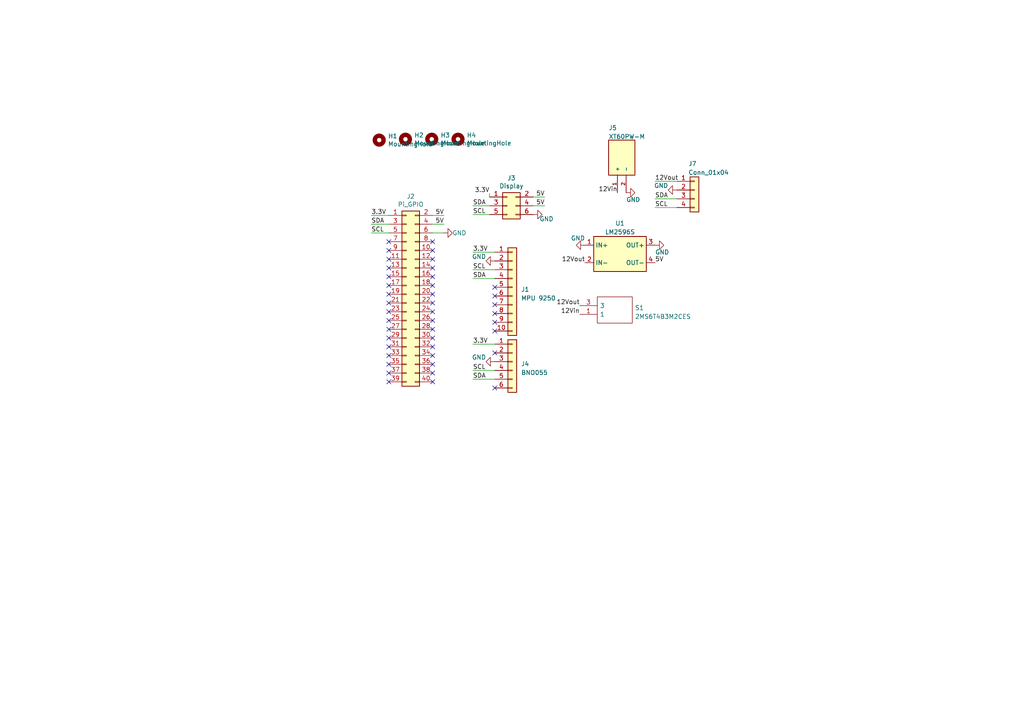
<source format=kicad_sch>
(kicad_sch (version 20230121) (generator eeschema)
  (paper "A4")
  (lib_symbols
    (symbol "2MS6T4B3M2CES:2MS6T4B3M2CES" (pin_names (offset 0.762))
      (property "Reference" "S" (at 16.51 7.62 0))
      (property "Value" "2MS6T4B3M2CES" (at 16.51 5.08 0))
      (symbol "2MS6T4B3M2CES_0_0"
        (pin passive line (at 0 -2.54 0) (length 5.08) (name "1") (number "1"))
        (pin passive line (at 0 0 0) (length 5.08) (name "3") (number "3"))
      )
      (symbol "2MS6T4B3M2CES_0_1"
        (polyline (pts (xy 5.08 2.54) (xy 15.24 2.54) (xy 15.24 -5.08) (xy 5.08 -5.08) (xy 5.08 2.54)) (stroke (width 0.1524)))
      )
    )
    (symbol "Connector_Generic:Conn_01x04" (pin_names (offset 1.016) hide)
      (property "Reference" "J" (at 0 5.08 0))
      (property "Value" "Conn_01x04" (at 0 -7.62 0))
      (symbol "Conn_01x04_1_1"
        (rectangle (start -1.27 -4.953) (end 0 -5.207) (stroke (width 0.1524)))
        (rectangle (start -1.27 -2.413) (end 0 -2.667) (stroke (width 0.1524)))
        (rectangle (start -1.27 0.127) (end 0 -0.127) (stroke (width 0.1524)))
        (rectangle (start -1.27 2.667) (end 0 2.413) (stroke (width 0.1524)))
        (rectangle (start -1.27 3.81) (end 1.27 -6.35) (stroke (width 0.254)) (fill (type background)))
        (pin passive line (at -5.08 2.54 0) (length 3.81) (name "Pin_1") (number "1"))
        (pin passive line (at -5.08 0 0) (length 3.81) (name "Pin_2") (number "2"))
        (pin passive line (at -5.08 -2.54 0) (length 3.81) (name "Pin_3") (number "3"))
        (pin passive line (at -5.08 -5.08 0) (length 3.81) (name "Pin_4") (number "4"))
      )
    )
    (symbol "Connector_Generic:Conn_01x06" (pin_names (offset 1.016) hide)
      (property "Reference" "J" (at 0 7.62 0))
      (property "Value" "Conn_01x06" (at 0 -10.16 0))
      (symbol "Conn_01x06_1_1"
        (rectangle (start -1.27 -7.493) (end 0 -7.747) (stroke (width 0.1524)))
        (rectangle (start -1.27 -4.953) (end 0 -5.207) (stroke (width 0.1524)))
        (rectangle (start -1.27 -2.413) (end 0 -2.667) (stroke (width 0.1524)))
        (rectangle (start -1.27 0.127) (end 0 -0.127) (stroke (width 0.1524)))
        (rectangle (start -1.27 2.667) (end 0 2.413) (stroke (width 0.1524)))
        (rectangle (start -1.27 5.207) (end 0 4.953) (stroke (width 0.1524)))
        (rectangle (start -1.27 6.35) (end 1.27 -8.89) (stroke (width 0.254)) (fill (type background)))
        (pin passive line (at -5.08 5.08 0) (length 3.81) (name "Pin_1") (number "1"))
        (pin passive line (at -5.08 2.54 0) (length 3.81) (name "Pin_2") (number "2"))
        (pin passive line (at -5.08 0 0) (length 3.81) (name "Pin_3") (number "3"))
        (pin passive line (at -5.08 -2.54 0) (length 3.81) (name "Pin_4") (number "4"))
        (pin passive line (at -5.08 -5.08 0) (length 3.81) (name "Pin_5") (number "5"))
        (pin passive line (at -5.08 -7.62 0) (length 3.81) (name "Pin_6") (number "6"))
      )
    )
    (symbol "Connector_Generic:Conn_01x10" (pin_names (offset 1.016) hide)
      (property "Reference" "J" (at 0 12.7 0))
      (property "Value" "Conn_01x10" (at 0 -15.24 0))
      (symbol "Conn_01x10_1_1"
        (rectangle (start -1.27 -12.573) (end 0 -12.827) (stroke (width 0.1524)))
        (rectangle (start -1.27 -10.033) (end 0 -10.287) (stroke (width 0.1524)))
        (rectangle (start -1.27 -7.493) (end 0 -7.747) (stroke (width 0.1524)))
        (rectangle (start -1.27 -4.953) (end 0 -5.207) (stroke (width 0.1524)))
        (rectangle (start -1.27 -2.413) (end 0 -2.667) (stroke (width 0.1524)))
        (rectangle (start -1.27 0.127) (end 0 -0.127) (stroke (width 0.1524)))
        (rectangle (start -1.27 2.667) (end 0 2.413) (stroke (width 0.1524)))
        (rectangle (start -1.27 5.207) (end 0 4.953) (stroke (width 0.1524)))
        (rectangle (start -1.27 7.747) (end 0 7.493) (stroke (width 0.1524)))
        (rectangle (start -1.27 10.287) (end 0 10.033) (stroke (width 0.1524)))
        (rectangle (start -1.27 11.43) (end 1.27 -13.97) (stroke (width 0.254)) (fill (type background)))
        (pin passive line (at -5.08 10.16 0) (length 3.81) (name "Pin_1") (number "1"))
        (pin passive line (at -5.08 -12.7 0) (length 3.81) (name "Pin_10") (number "10"))
        (pin passive line (at -5.08 7.62 0) (length 3.81) (name "Pin_2") (number "2"))
        (pin passive line (at -5.08 5.08 0) (length 3.81) (name "Pin_3") (number "3"))
        (pin passive line (at -5.08 2.54 0) (length 3.81) (name "Pin_4") (number "4"))
        (pin passive line (at -5.08 0 0) (length 3.81) (name "Pin_5") (number "5"))
        (pin passive line (at -5.08 -2.54 0) (length 3.81) (name "Pin_6") (number "6"))
        (pin passive line (at -5.08 -5.08 0) (length 3.81) (name "Pin_7") (number "7"))
        (pin passive line (at -5.08 -7.62 0) (length 3.81) (name "Pin_8") (number "8"))
        (pin passive line (at -5.08 -10.16 0) (length 3.81) (name "Pin_9") (number "9"))
      )
    )
    (symbol "Connector_Generic:Conn_02x03_Odd_Even" (pin_names (offset 1.016) hide)
      (property "Reference" "J" (at 1.27 5.08 0))
      (property "Value" "Conn_02x03_Odd_Even" (at 1.27 -5.08 0))
      (symbol "Conn_02x03_Odd_Even_1_1"
        (rectangle (start -1.27 -2.413) (end 0 -2.667) (stroke (width 0.1524)))
        (rectangle (start -1.27 0.127) (end 0 -0.127) (stroke (width 0.1524)))
        (rectangle (start -1.27 2.667) (end 0 2.413) (stroke (width 0.1524)))
        (rectangle (start -1.27 3.81) (end 3.81 -3.81) (stroke (width 0.254)) (fill (type background)))
        (rectangle (start 3.81 -2.413) (end 2.54 -2.667) (stroke (width 0.1524)))
        (rectangle (start 3.81 0.127) (end 2.54 -0.127) (stroke (width 0.1524)))
        (rectangle (start 3.81 2.667) (end 2.54 2.413) (stroke (width 0.1524)))
        (pin passive line (at -5.08 2.54 0) (length 3.81) (name "Pin_1") (number "1"))
        (pin passive line (at 7.62 2.54 180) (length 3.81) (name "Pin_2") (number "2"))
        (pin passive line (at -5.08 0 0) (length 3.81) (name "Pin_3") (number "3"))
        (pin passive line (at 7.62 0 180) (length 3.81) (name "Pin_4") (number "4"))
        (pin passive line (at -5.08 -2.54 0) (length 3.81) (name "Pin_5") (number "5"))
        (pin passive line (at 7.62 -2.54 180) (length 3.81) (name "Pin_6") (number "6"))
      )
    )
    (symbol "Connector_Generic:Conn_02x20_Odd_Even" (pin_names (offset 1.016) hide)
      (property "Reference" "J" (at 1.27 25.4 0))
      (property "Value" "Conn_02x20_Odd_Even" (at 1.27 -27.94 0))
      (symbol "Conn_02x20_Odd_Even_1_1"
        (rectangle (start -1.27 -25.273) (end 0 -25.527) (stroke (width 0.1524)))
        (rectangle (start -1.27 -22.733) (end 0 -22.987) (stroke (width 0.1524)))
        (rectangle (start -1.27 -20.193) (end 0 -20.447) (stroke (width 0.1524)))
        (rectangle (start -1.27 -17.653) (end 0 -17.907) (stroke (width 0.1524)))
        (rectangle (start -1.27 -15.113) (end 0 -15.367) (stroke (width 0.1524)))
        (rectangle (start -1.27 -12.573) (end 0 -12.827) (stroke (width 0.1524)))
        (rectangle (start -1.27 -10.033) (end 0 -10.287) (stroke (width 0.1524)))
        (rectangle (start -1.27 -7.493) (end 0 -7.747) (stroke (width 0.1524)))
        (rectangle (start -1.27 -4.953) (end 0 -5.207) (stroke (width 0.1524)))
        (rectangle (start -1.27 -2.413) (end 0 -2.667) (stroke (width 0.1524)))
        (rectangle (start -1.27 0.127) (end 0 -0.127) (stroke (width 0.1524)))
        (rectangle (start -1.27 2.667) (end 0 2.413) (stroke (width 0.1524)))
        (rectangle (start -1.27 5.207) (end 0 4.953) (stroke (width 0.1524)))
        (rectangle (start -1.27 7.747) (end 0 7.493) (stroke (width 0.1524)))
        (rectangle (start -1.27 10.287) (end 0 10.033) (stroke (width 0.1524)))
        (rectangle (start -1.27 12.827) (end 0 12.573) (stroke (width 0.1524)))
        (rectangle (start -1.27 15.367) (end 0 15.113) (stroke (width 0.1524)))
        (rectangle (start -1.27 17.907) (end 0 17.653) (stroke (width 0.1524)))
        (rectangle (start -1.27 20.447) (end 0 20.193) (stroke (width 0.1524)))
        (rectangle (start -1.27 22.987) (end 0 22.733) (stroke (width 0.1524)))
        (rectangle (start -1.27 24.13) (end 3.81 -26.67) (stroke (width 0.254)) (fill (type background)))
        (rectangle (start 3.81 -25.273) (end 2.54 -25.527) (stroke (width 0.1524)))
        (rectangle (start 3.81 -22.733) (end 2.54 -22.987) (stroke (width 0.1524)))
        (rectangle (start 3.81 -20.193) (end 2.54 -20.447) (stroke (width 0.1524)))
        (rectangle (start 3.81 -17.653) (end 2.54 -17.907) (stroke (width 0.1524)))
        (rectangle (start 3.81 -15.113) (end 2.54 -15.367) (stroke (width 0.1524)))
        (rectangle (start 3.81 -12.573) (end 2.54 -12.827) (stroke (width 0.1524)))
        (rectangle (start 3.81 -10.033) (end 2.54 -10.287) (stroke (width 0.1524)))
        (rectangle (start 3.81 -7.493) (end 2.54 -7.747) (stroke (width 0.1524)))
        (rectangle (start 3.81 -4.953) (end 2.54 -5.207) (stroke (width 0.1524)))
        (rectangle (start 3.81 -2.413) (end 2.54 -2.667) (stroke (width 0.1524)))
        (rectangle (start 3.81 0.127) (end 2.54 -0.127) (stroke (width 0.1524)))
        (rectangle (start 3.81 2.667) (end 2.54 2.413) (stroke (width 0.1524)))
        (rectangle (start 3.81 5.207) (end 2.54 4.953) (stroke (width 0.1524)))
        (rectangle (start 3.81 7.747) (end 2.54 7.493) (stroke (width 0.1524)))
        (rectangle (start 3.81 10.287) (end 2.54 10.033) (stroke (width 0.1524)))
        (rectangle (start 3.81 12.827) (end 2.54 12.573) (stroke (width 0.1524)))
        (rectangle (start 3.81 15.367) (end 2.54 15.113) (stroke (width 0.1524)))
        (rectangle (start 3.81 17.907) (end 2.54 17.653) (stroke (width 0.1524)))
        (rectangle (start 3.81 20.447) (end 2.54 20.193) (stroke (width 0.1524)))
        (rectangle (start 3.81 22.987) (end 2.54 22.733) (stroke (width 0.1524)))
        (pin passive line (at -5.08 22.86 0) (length 3.81) (name "Pin_1") (number "1"))
        (pin passive line (at 7.62 12.7 180) (length 3.81) (name "Pin_10") (number "10"))
        (pin passive line (at -5.08 10.16 0) (length 3.81) (name "Pin_11") (number "11"))
        (pin passive line (at 7.62 10.16 180) (length 3.81) (name "Pin_12") (number "12"))
        (pin passive line (at -5.08 7.62 0) (length 3.81) (name "Pin_13") (number "13"))
        (pin passive line (at 7.62 7.62 180) (length 3.81) (name "Pin_14") (number "14"))
        (pin passive line (at -5.08 5.08 0) (length 3.81) (name "Pin_15") (number "15"))
        (pin passive line (at 7.62 5.08 180) (length 3.81) (name "Pin_16") (number "16"))
        (pin passive line (at -5.08 2.54 0) (length 3.81) (name "Pin_17") (number "17"))
        (pin passive line (at 7.62 2.54 180) (length 3.81) (name "Pin_18") (number "18"))
        (pin passive line (at -5.08 0 0) (length 3.81) (name "Pin_19") (number "19"))
        (pin passive line (at 7.62 22.86 180) (length 3.81) (name "Pin_2") (number "2"))
        (pin passive line (at 7.62 0 180) (length 3.81) (name "Pin_20") (number "20"))
        (pin passive line (at -5.08 -2.54 0) (length 3.81) (name "Pin_21") (number "21"))
        (pin passive line (at 7.62 -2.54 180) (length 3.81) (name "Pin_22") (number "22"))
        (pin passive line (at -5.08 -5.08 0) (length 3.81) (name "Pin_23") (number "23"))
        (pin passive line (at 7.62 -5.08 180) (length 3.81) (name "Pin_24") (number "24"))
        (pin passive line (at -5.08 -7.62 0) (length 3.81) (name "Pin_25") (number "25"))
        (pin passive line (at 7.62 -7.62 180) (length 3.81) (name "Pin_26") (number "26"))
        (pin passive line (at -5.08 -10.16 0) (length 3.81) (name "Pin_27") (number "27"))
        (pin passive line (at 7.62 -10.16 180) (length 3.81) (name "Pin_28") (number "28"))
        (pin passive line (at -5.08 -12.7 0) (length 3.81) (name "Pin_29") (number "29"))
        (pin passive line (at -5.08 20.32 0) (length 3.81) (name "Pin_3") (number "3"))
        (pin passive line (at 7.62 -12.7 180) (length 3.81) (name "Pin_30") (number "30"))
        (pin passive line (at -5.08 -15.24 0) (length 3.81) (name "Pin_31") (number "31"))
        (pin passive line (at 7.62 -15.24 180) (length 3.81) (name "Pin_32") (number "32"))
        (pin passive line (at -5.08 -17.78 0) (length 3.81) (name "Pin_33") (number "33"))
        (pin passive line (at 7.62 -17.78 180) (length 3.81) (name "Pin_34") (number "34"))
        (pin passive line (at -5.08 -20.32 0) (length 3.81) (name "Pin_35") (number "35"))
        (pin passive line (at 7.62 -20.32 180) (length 3.81) (name "Pin_36") (number "36"))
        (pin passive line (at -5.08 -22.86 0) (length 3.81) (name "Pin_37") (number "37"))
        (pin passive line (at 7.62 -22.86 180) (length 3.81) (name "Pin_38") (number "38"))
        (pin passive line (at -5.08 -25.4 0) (length 3.81) (name "Pin_39") (number "39"))
        (pin passive line (at 7.62 20.32 180) (length 3.81) (name "Pin_4") (number "4"))
        (pin passive line (at 7.62 -25.4 180) (length 3.81) (name "Pin_40") (number "40"))
        (pin passive line (at -5.08 17.78 0) (length 3.81) (name "Pin_5") (number "5"))
        (pin passive line (at 7.62 17.78 180) (length 3.81) (name "Pin_6") (number "6"))
        (pin passive line (at -5.08 15.24 0) (length 3.81) (name "Pin_7") (number "7"))
        (pin passive line (at 7.62 15.24 180) (length 3.81) (name "Pin_8") (number "8"))
        (pin passive line (at -5.08 12.7 0) (length 3.81) (name "Pin_9") (number "9"))
      )
    )
    (symbol "Mechanical:MountingHole" (pin_names (offset 1.016))
      (property "Reference" "H" (at 0 5.08 0))
      (property "Value" "MountingHole" (at 0 3.175 0))
      (symbol "MountingHole_0_1"
        (circle (center 0 0) (radius 1.27) (stroke (width 1.27)))
      )
    )
    (symbol "Regulator_Switching:LM2596S"
      (property "Reference" "U" (at 0 8.89 0))
      (property "Value" "LM2596S" (at 0 6.35 0))
      (symbol "LM2596S_0_1"
        (rectangle (start -7.62 5.08) (end 7.62 -5.08) (stroke (width 0.254)) (fill (type background)))
      )
      (symbol "LM2596S_1_1"
        (pin power_in line (at -10.16 2.54 0) (length 2.54) (name "IN+") (number "1"))
        (pin input line (at -10.16 -2.54 0) (length 2.54) (name "IN-") (number "2"))
        (pin power_out line (at 10.16 2.54 180) (length 2.54) (name "OUT+") (number "3"))
        (pin output line (at 10.16 -2.54 180) (length 2.54) (name "OUT-") (number "4"))
      )
    )
    (symbol "XT60PW-M:XT60PW-M" (pin_names (offset 1.016))
      (property "Reference" "J" (at -5.08 5.715 0))
      (property "Value" "XT60PW-M" (at -5.08 -5.08 0))
      (symbol "XT60PW-M_0_0"
        (rectangle (start -5.08 -2.54) (end 5.08 5.08) (stroke (width 0.254)) (fill (type background)))
        (pin passive line (at -10.16 2.54 0) (length 5.08) (name "+") (number "1"))
        (pin passive line (at -10.16 0 0) (length 5.08) (name "-") (number "2"))
      )
    )
    (symbol "power:GND" (power) (pin_names (offset 0))
      (property "Value" "GND" (at 0 -3.81 0))
      (symbol "GND_0_1"
        (polyline (pts (xy 0 0) (xy 0 -1.27) (xy 1.27 -1.27) (xy 0 -2.54) (xy -1.27 -1.27) (xy 0 -1.27)))
      )
      (symbol "GND_1_1"
        (pin power_in line (at 0 0 270) (length 0) hide (name "GND") (number "1"))
      )
    )
  )
  (no_connect (at 143.51 83.312))
  (no_connect (at 125.476 90.424))
  (no_connect (at 125.476 80.264))
  (no_connect (at 125.476 82.804))
  (no_connect (at 112.776 85.344))
  (no_connect (at 125.476 110.744))
  (no_connect (at 143.51 88.392))
  (no_connect (at 112.776 103.124))
  (no_connect (at 112.776 95.504))
  (no_connect (at 125.476 108.204))
  (no_connect (at 125.476 103.124))
  (no_connect (at 112.776 92.964))
  (no_connect (at 112.776 100.584))
  (no_connect (at 112.776 80.264))
  (no_connect (at 143.51 96.012))
  (no_connect (at 112.776 72.644))
  (no_connect (at 125.476 98.044))
  (no_connect (at 143.51 85.852))
  (no_connect (at 143.51 90.932))
  (no_connect (at 125.476 77.724))
  (no_connect (at 125.476 75.184))
  (no_connect (at 125.476 87.884))
  (no_connect (at 112.776 98.044))
  (no_connect (at 125.476 70.104))
  (no_connect (at 125.476 72.644))
  (no_connect (at 112.776 90.424))
  (no_connect (at 125.476 92.964))
  (no_connect (at 143.51 93.472))
  (no_connect (at 125.476 100.584))
  (no_connect (at 112.776 82.804))
  (no_connect (at 112.776 108.204))
  (no_connect (at 125.476 85.344))
  (no_connect (at 112.776 70.104))
  (no_connect (at 125.476 95.504))
  (no_connect (at 143.51 112.522))
  (no_connect (at 112.776 110.744))
  (no_connect (at 112.776 75.184))
  (no_connect (at 125.476 105.664))
  (no_connect (at 112.776 105.664))
  (no_connect (at 143.51 102.362))
  (no_connect (at 112.776 77.724))
  (no_connect (at 112.776 87.884))
  (wire (pts (xy 125.476 67.564) (xy 128.651 67.564)))
  (wire (pts (xy 137.16 99.822) (xy 143.51 99.822)))
  (wire (pts (xy 157.988 59.69) (xy 154.686 59.69)))
  (wire (pts (xy 141.986 59.69) (xy 137.16 59.69)))
  (wire (pts (xy 107.696 62.484) (xy 112.776 62.484)))
  (wire (pts (xy 189.992 57.658) (xy 196.342 57.658)))
  (wire (pts (xy 189.992 52.578) (xy 196.342 52.578)))
  (wire (pts (xy 107.696 67.564) (xy 112.776 67.564)))
  (wire (pts (xy 137.16 73.152) (xy 143.51 73.152)))
  (wire (pts (xy 128.778 65.024) (xy 125.476 65.024)))
  (wire (pts (xy 137.16 109.982) (xy 143.51 109.982)))
  (wire (pts (xy 107.696 65.024) (xy 112.776 65.024)))
  (wire (pts (xy 137.16 80.772) (xy 143.51 80.772)))
  (wire (pts (xy 141.986 57.15) (xy 141.986 56.134)))
  (wire (pts (xy 137.16 107.442) (xy 143.51 107.442)))
  (wire (pts (xy 141.986 62.23) (xy 137.16 62.23)))
  (wire (pts (xy 137.16 78.232) (xy 143.51 78.232)))
  (wire (pts (xy 128.778 62.484) (xy 125.476 62.484)))
  (wire (pts (xy 157.988 57.15) (xy 154.686 57.15)))
  (wire (pts (xy 189.992 60.198) (xy 196.342 60.198)))
  (label "5V" (at 128.778 65.024 180))
  (label "12Vout" (at 189.992 52.578 0))
  (label "SCL" (at 137.16 78.232 0))
  (label "3.3V" (at 137.16 99.822 0))
  (label "3.3V" (at 137.16 73.152 0))
  (label "3.3V" (at 141.986 56.134 180))
  (label "SDA" (at 107.696 65.024 0))
  (label "5V" (at 189.992 76.2 0))
  (label "SCL" (at 137.16 62.23 0))
  (label "12Vout" (at 169.672 76.2 180))
  (label "3.3V" (at 107.696 62.484 0))
  (label "12Vin" (at 179.07 55.88 180))
  (label "SCL" (at 189.992 60.198 0))
  (label "12Vin" (at 168.148 91.186 180))
  (label "5V" (at 157.988 59.69 180))
  (label "SDA" (at 189.992 57.658 0))
  (label "SCL" (at 107.696 67.564 0))
  (label "SDA" (at 137.16 59.69 0))
  (label "5V" (at 157.988 57.15 180))
  (label "SDA" (at 137.16 80.772 0))
  (label "5V" (at 128.778 62.484 180))
  (label "SDA" (at 137.16 109.982 0))
  (label "12Vout" (at 168.148 88.646 180))
  (label "SCL" (at 137.16 107.442 0))
  (symbol (lib_id "Connector_Generic:Conn_02x20_Odd_Even") (at 117.856 85.344 0) (unit 1)
    (property "Reference" "J2" (at 119.126 56.9722 0))
    (property "Value" "Pi_GPIO" (at 119.126 59.2836 0))
    (property "Footprint" "Connector_PinHeader_2.54mm:PinHeader_2x20_P2.54mm_Vertical" (effects hide))
  )
  (symbol (lib_id "Connector_Generic:Conn_02x03_Odd_Even") (at 147.066 59.69 0) (unit 1)
    (property "Reference" "J3" (at 148.336 51.6382 0))
    (property "Value" "Display" (at 148.336 53.9496 0))
    (property "Footprint" "Connector_PinHeader_2.54mm:PinHeader_2x03_P2.54mm_Vertical" (effects hide))
  )
  (symbol (lib_id "Mechanical:MountingHole") (at 109.982 40.64 0) (unit 1)
    (property "Reference" "H1" (at 112.522 39.4716 0) (effects (justify left)))
    (property "Value" "MountingHole" (at 112.522 41.783 0) (effects (justify left)))
    (property "Footprint" "MountingHole:MountingHole_2.5mm" (effects hide))
  )
  (symbol (lib_id "Mechanical:MountingHole") (at 117.602 40.386 0) (unit 1)
    (property "Reference" "H2" (at 120.142 39.2176 0) (effects (justify left)))
    (property "Value" "MountingHole" (at 120.142 41.529 0) (effects (justify left)))
    (property "Footprint" "MountingHole:MountingHole_2.5mm" (effects hide))
  )
  (symbol (lib_id "Mechanical:MountingHole") (at 125.222 40.386 0) (unit 1)
    (property "Reference" "H3" (at 127.762 39.2176 0) (effects (justify left)))
    (property "Value" "MountingHole" (at 127.762 41.529 0) (effects (justify left)))
    (property "Footprint" "MountingHole:MountingHole_2.5mm" (effects hide))
  )
  (symbol (lib_id "Mechanical:MountingHole") (at 132.842 40.386 0) (unit 1)
    (property "Reference" "H4" (at 135.382 39.2176 0) (effects (justify left)))
    (property "Value" "MountingHole" (at 135.382 41.529 0) (effects (justify left)))
    (property "Footprint" "MountingHole:MountingHole_2.5mm" (effects hide))
  )
  (symbol (lib_id "power:GND") (at 128.651 67.564 90) (unit 1)
    (property "Reference" "#PWR0107" (effects hide))
    (property "Value" "GND" (at 131.191 67.564 90) (effects (justify right)))
  )
  (symbol (lib_id "power:GND") (at 154.686 62.23 90) (unit 1)
    (property "Reference" "#PWR0108" (effects hide))
    (property "Value" "GND" (at 156.464 63.5 90) (effects (justify right)))
  )
  (symbol (lib_id "power:GND") (at 196.342 55.118 270) (unit 1)
    (property "Reference" "#PWR02" (effects hide))
    (property "Value" "GND" (at 193.802 53.848 90) (effects (justify right)))
  )
  (symbol (lib_id "power:GND") (at 143.51 104.902 270) (unit 1)
    (property "Reference" "#PWR01" (effects hide))
    (property "Value" "GND" (at 140.97 103.632 90) (effects (justify right)))
  )
  (symbol (lib_id "power:GND") (at 181.61 55.88 90) (unit 1)
    (property "Reference" "#PWR03" (effects hide))
    (property "Value" "GND" (at 181.61 57.912 90) (effects (justify right)))
  )
  (symbol (lib_id "power:GND") (at 143.51 75.692 270) (unit 1)
    (property "Reference" "#PWR0109" (effects hide))
    (property "Value" "GND" (at 140.97 74.422 90) (effects (justify right)))
  )
  (symbol (lib_id "2MS6T4B3M2CES:2MS6T4B3M2CES") (at 168.148 88.646 0) (unit 1)
    (property "Reference" "S1" (at 184.15 89.281 0) (effects (justify left)))
    (property "Value" "2MS6T4B3M2CES" (at 184.15 91.821 0) (effects (justify left)))
    (property "Footprint" "refV:2MS6T4B3M2CES" (effects hide))
    (property "Datasheet" "https://www.mouser.in/datasheet/2/979/Dailywell_01132020_2M_Series-1708785.pdf" (effects hide))
    (property "Description" "Toggle Switches SPST OFF-ON" (effects hide))
    (property "Height" "23.63" (effects hide))
    (property "Mouser Part Number" "118-2MS6T4B3M2CES" (effects hide))
    (property "Mouser Price/Stock" "https://www.mouser.co.uk/ProductDetail/Dailywell/2MS6T4B3M2CES?qs=B6kkDfuK7%2FCZhGel7UMMow%3D%3D" (effects hide))
    (property "Manufacturer_Name" "Dailywell" (effects hide))
    (property "Manufacturer_Part_Number" "2MS6T4B3M2CES" (effects hide))
  )
  (symbol (lib_id "XT60PW-M:XT60PW-M") (at 181.61 45.72 90) (unit 1)
    (property "Reference" "J5" (at 176.53 37.084 90) (effects (justify right)))
    (property "Value" "XT60PW-M" (at 176.53 39.624 90) (effects (justify right)))
    (property "Footprint" ".pretty:AMASS_XT60PW-M" (effects hide))
    (property "STANDARD" "Manufacturer recommendations" (effects hide))
    (property "PARTREV" "V1.2" (effects hide))
    (property "MANUFACTURER" "AMASS" (effects hide))
    (property "MAXIMUM_PACKAGE_HEIGHT" "8.4 mm" (effects hide))
  )
  (symbol (lib_id "power:GND") (at 189.992 71.12 90) (unit 1)
    (property "Reference" "#PWR06" (effects hide))
    (property "Value" "GND" (at 189.992 73.152 90) (effects (justify right)))
  )
  (symbol (lib_id "Connector_Generic:Conn_01x06") (at 148.59 104.902 0) (unit 1)
    (property "Reference" "J4" (at 151.13 105.537 0) (effects (justify left)))
    (property "Value" "BNO055" (at 151.13 108.077 0) (effects (justify left)))
    (property "Footprint" "Connector_PinHeader_2.54mm:PinHeader_1x06_P2.54mm_Vertical" (effects hide))
  )
  (symbol (lib_id "Connector_Generic:Conn_01x04") (at 201.422 55.118 0) (unit 1)
    (property "Reference" "J7" (at 199.644 47.498 0) (effects (justify left)))
    (property "Value" "Conn_01x04" (at 199.644 50.038 0) (effects (justify left)))
    (property "Footprint" "Connector_PinHeader_2.54mm:PinHeader_1x04_P2.54mm_Vertical" (effects hide))
  )
  (symbol (lib_id "Connector_Generic:Conn_01x10") (at 148.59 83.312 0) (unit 1)
    (property "Reference" "J1" (at 151.13 83.947 0) (effects (justify left)))
    (property "Value" "MPU 9250" (at 151.13 86.487 0) (effects (justify left)))
    (property "Footprint" "Connector_PinHeader_2.54mm:PinHeader_1x10_P2.54mm_Vertical" (effects hide))
  )
  (symbol (lib_id "power:GND") (at 169.672 71.12 270) (unit 1)
    (property "Reference" "#PWR05" (effects hide))
    (property "Value" "GND" (at 169.672 69.088 90) (effects (justify right)))
  )
  (symbol (lib_id "Regulator_Switching:LM2596S") (at 179.832 73.66 0) (unit 1)
    (property "Reference" "U1" (at 179.832 64.77 0))
    (property "Value" "LM2596S" (at 179.832 67.31 0))
    (property "Footprint" "refV:LM2596S_mod" (effects hide))
  )
)
</source>
